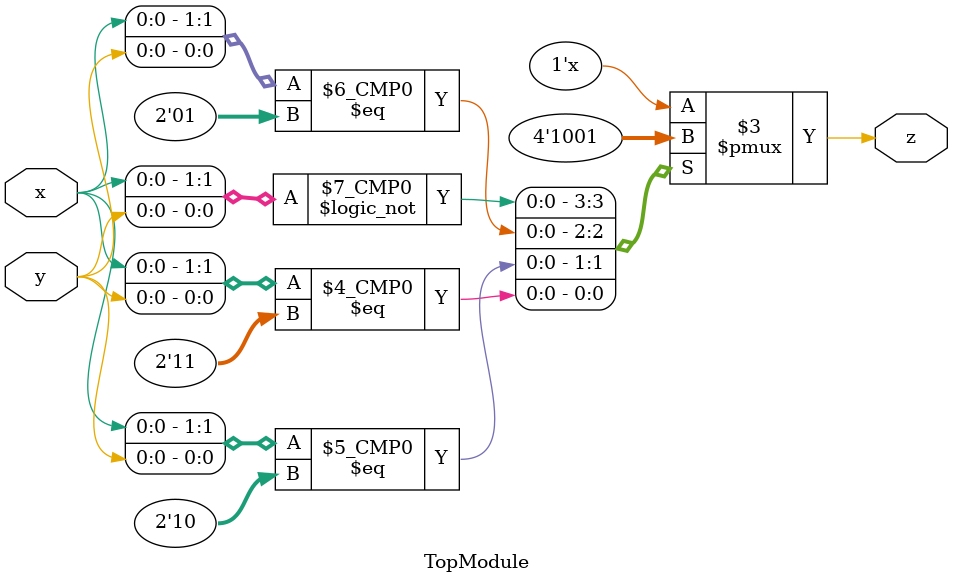
<source format=sv>
module TopModule (
    input logic x,  // 1-bit input
    input logic y,  // 1-bit input
    output logic z  // 1-bit output
);

    initial begin
        z = 1;  // Initialize z to 1 at time 0
    end

    always @(*) begin
        case ({x, y})
            2'b00: z = 1;
            2'b01: z = 0;
            2'b10: z = 0;
            2'b11: z = 1;
            default: z = 1; // Default behavior (should not occur)
        endcase
    end

endmodule
</source>
